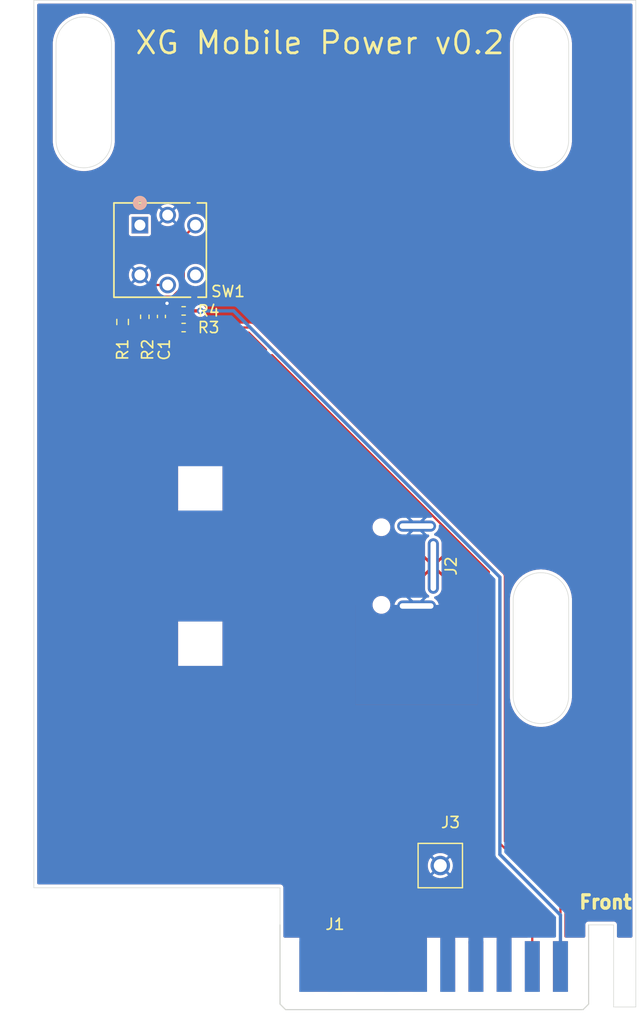
<source format=kicad_pcb>
(kicad_pcb (version 20241229) (generator "pcbnew") (generator_version "9.0")
  (layers (0 "F.Cu" signal) (2 "B.Cu" signal) (13 "F.Paste" user) (15 "B.Paste" user) (5 "F.SilkS" user "F.Silkscreen") (7 "B.SilkS" user "B.Silkscreen") (1 "F.Mask" user) (3 "B.Mask" user) (25 "Edge.Cuts" user))
  (net 0 "")
  (net 1 "Net-(C1-Pad1)")
  (net 2 "GND")
  (net 3 "+3V3")
  (net 4 "+20V")
  (net 5 "/PWR_LED")
  (net 7 "/PWR_SW")
  (net 8 "Net-(R1-Pad1)")
  (net 9 "Net-(R2-Pad2)")
  (footprint "MountingHole:MountingHole_2.2mm_M2" (layer "F.Cu") (at 38 72)
    (property "Reference" "Hole" (hide yes))
    (property "Value" "MountingHole_2.2mm_M2")
    (pad "" np_thru_hole circle (at -3 -8) (size 2.2 2.2) (drill 2.2) (layers "*.Cu" "*.Mask"))
  )
  (footprint "KEYSTONE_8730:KEYSTONE_8730" (layer "F.Cu") (at 56.63 98)
    (property "Reference" "J3" (at 0.925 -3.885 0) (layer "F.SilkS"))
    (property "Value" "8730")
    (fp_line (start -2 -2) (end -2 2) (stroke (width 0.127)) (layer "F.SilkS"))
    (fp_line (start -2 2) (end 2 2) (stroke (width 0.127)) (layer "F.SilkS"))
    (fp_line (start 2 -2) (end -2 -2) (stroke (width 0.127)) (layer "F.SilkS"))
    (fp_line (start 2 2) (end 2 -2) (stroke (width 0.127)) (layer "F.SilkS"))
    (pad "1" thru_hole circle (at 0 0) (size 1.755 1.755) (drill 1.17) (layers "*.Cu" "*.Mask") (net 2 "GND"))
  )
  (footprint "TL1260_EWI:TL1260_EWI" (layer "F.Cu") (at 29.55983 40.2678)
    (property "Reference" "SW1" (at 7.94017 5.9822 0) (layer "F.SilkS"))
    (property "Value" "TL1260BQRBLK")
    (fp_line (start -2.3426 -2) (end -2.3426 6.5) (stroke (width 0.1524)) (layer "F.SilkS"))
    (fp_line (start -2.3426 6.5) (end 4.56086 6.5) (stroke (width 0.1524)) (layer "F.SilkS"))
    (fp_line (start 4.5 -2) (end -2.3426 -2) (stroke (width 0.1524)) (layer "F.SilkS"))
    (fp_line (start 5.23194 6.5) (end 5.9886 6.5) (stroke (width 0.1524)) (layer "F.SilkS"))
    (fp_line (start 5.92774 -2) (end 5.17108 -2) (stroke (width 0.1524)) (layer "F.SilkS"))
    (fp_line (start 5.9886 6.5) (end 5.9886 -2) (stroke (width 0.1524)) (layer "F.SilkS"))
    (fp_circle (center 0 -2) (end 0.381 -2) (stroke (width 0.508)) (fill no) (layer "F.SilkS"))
    (fp_circle (center 0 -2) (end 0.381 -2) (stroke (width 0.508)) (fill no) (layer "B.SilkS"))
    (pad "1" thru_hole rect (at 0 0) (size 1.4986 1.4986) (drill 0.9906) (layers "*.Cu" "*.Mask"))
    (pad "2" thru_hole circle (at 5.0038 0) (size 1.4986 1.4986) (drill 0.9906) (layers "*.Cu" "*.Mask") (net 9 "Net-(R2-Pad2)"))
    (pad "3" thru_hole circle (at 0 4.4958) (size 1.4986 1.4986) (drill 0.9906) (layers "*.Cu" "*.Mask") (net 2 "GND"))
    (pad "4" thru_hole circle (at 5.0038 4.4958) (size 1.4986 1.4986) (drill 0.9906) (layers "*.Cu" "*.Mask"))
    (pad "5" thru_hole circle (at 2.5019 -0.9017) (size 1.4986 1.4986) (drill 0.9906) (layers "*.Cu" "*.Mask") (net 2 "GND"))
    (pad "6" thru_hole circle (at 2.5019 5.3975) (size 1.4986 1.4986) (drill 0.9906) (layers "*.Cu" "*.Mask") (net 8 "Net-(R1-Pad1)"))
  )
  (footprint "MountingHole:MountingHole_2.2mm_M2" (layer "F.Cu") (at 38 86)
    (property "Reference" "Hole" (hide yes))
    (property "Value" "MountingHole_2.2mm_M2")
    (pad "" np_thru_hole circle (at -3 -8) (size 2.2 2.2) (drill 2.2) (layers "*.Cu" "*.Mask"))
  )
  (footprint "Resistor_SMD:R_0402_1005Metric" (layer "F.Cu") (at 30 48.53 90)
    (property "Reference" "R2" (at -2.97 0.25 90) (layer "F.SilkS"))
    (property "Value" "0R")
    (fp_line (start -0.153641 -0.38) (end 0.153641 -0.38) (stroke (width 0.12)) (layer "F.SilkS"))
    (fp_line (start -0.153641 0.38) (end 0.153641 0.38) (stroke (width 0.12)) (layer "F.SilkS"))
    (pad "1" smd roundrect (at -0.51 0 90) (size 0.54 0.64) (layers "F.Cu" "F.Mask" "F.Paste") (net 1 "Net-(C1-Pad1)"))
    (pad "2" smd roundrect (at 0.51 0 90) (size 0.54 0.64) (layers "F.Cu" "F.Mask" "F.Paste") (net 9 "Net-(R2-Pad2)"))
  )
  (footprint "Resistor_SMD:R_0402_1005Metric" (layer "F.Cu") (at 33.5 49.5)
    (property "Reference" "R3" (at 2.25 0 0) (layer "F.SilkS"))
    (property "Value" "10k")
    (fp_line (start -0.153641 -0.38) (end 0.153641 -0.38) (stroke (width 0.12)) (layer "F.SilkS"))
    (fp_line (start -0.153641 0.38) (end 0.153641 0.38) (stroke (width 0.12)) (layer "F.SilkS"))
    (pad "1" smd roundrect (at -0.51 0) (size 0.54 0.64) (layers "F.Cu" "F.Mask" "F.Paste") (net 1 "Net-(C1-Pad1)"))
    (pad "2" smd roundrect (at 0.51 0) (size 0.54 0.64) (layers "F.Cu" "F.Mask" "F.Paste") (net 3 "+3V3"))
  )
  (footprint "XG_Mobile:2351970-1" (layer "F.Cu") (at 56 71 90)
    (property "Reference" "J2" (at 0 1.6 90) (layer "F.SilkS"))
    (property "Value" "Conn_01x02")
    (pad "" np_thru_hole circle (at -3.5 -4.675 90) (size 1.1 1.1) (drill 1.1) (layers "*.Cu" "*.Mask"))
    (pad "" np_thru_hole circle (at 3.5 -4.675 90) (size 1.1 1.1) (drill 1.1) (layers "*.Cu" "*.Mask"))
    (pad "1" thru_hole oval (at -3.6 -1.505 90) (size 1 3.5) (drill oval 0.5 3.05) (layers "*.Cu" "*.Mask") (net 2 "GND"))
    (pad "1" thru_hole oval (at 3.6 -1.505 90) (size 1 3.5) (drill oval 0.5 3.05) (layers "*.Cu" "*.Mask") (net 2 "GND"))
    (pad "2" thru_hole oval (at 0 0 90) (size 5 1) (drill oval 4.5 0.5) (layers "*.Cu" "*.Mask") (net 4 "+20V"))
  )
  (footprint "Capacitor_SMD:C_0402_1005Metric" (layer "F.Cu") (at 31.5 48.5 90)
    (property "Reference" "C1" (at -3 0.25 90) (layer "F.SilkS"))
    (property "Value" "90nF")
    (fp_line (start -0.107836 -0.36) (end 0.107836 -0.36) (stroke (width 0.12)) (layer "F.SilkS"))
    (fp_line (start -0.107836 0.36) (end 0.107836 0.36) (stroke (width 0.12)) (layer "F.SilkS"))
    (pad "1" smd roundrect (at -0.48 0 90) (size 0.56 0.62) (layers "F.Cu" "F.Mask" "F.Paste") (net 1 "Net-(C1-Pad1)"))
    (pad "2" smd roundrect (at 0.48 0 90) (size 0.56 0.62) (layers "F.Cu" "F.Mask" "F.Paste") (net 2 "GND"))
  )
  (footprint "XG_Mobile:20P_Slot_Power" (layer "F.Cu") (at 44.6 107.1)
    (property "Reference" "J1" (at 2.54 -3.81 0) (layer "F.SilkS"))
    (property "Value" "20P_Slot_Power")
    (fp_line (start -2.413 3.386) (end -2.413 -3.754) (stroke (width 0.1)) (layer "Edge.Cuts"))
    (fp_line (start -1.913 3.886) (end -2.413 3.386) (stroke (width 0.1)) (layer "Edge.Cuts"))
    (fp_line (start -1.913 3.886) (end 24.9 3.886) (stroke (width 0.1)) (layer "Edge.Cuts"))
    (fp_line (start 24.9 3.886) (end 25.4 3.386) (stroke (width 0.1)) (layer "Edge.Cuts"))
    (fp_line (start 25.4 3.386) (end 25.4 -3.754) (stroke (width 0.1)) (layer "Edge.Cuts"))
    (pad "1" smd rect (at 0 0) (size 1.35 4.572) (layers "F.Cu") (net 4 "+20V"))
    (pad "2" smd rect (at 0 0) (size 1.35 4.572) (layers "B.Cu") (net 2 "GND"))
    (pad "3" smd rect (at 2.54 0) (size 1.35 4.572) (layers "F.Cu") (net 4 "+20V"))
    (pad "4" smd rect (at 2.54 0) (size 1.35 4.572) (layers "B.Cu") (net 2 "GND"))
    (pad "5" smd rect (at 5.08 0) (size 1.35 4.572) (layers "F.Cu") (net 4 "+20V"))
    (pad "6" smd rect (at 5.08 0) (size 1.35 4.572) (layers "B.Cu") (net 2 "GND"))
    (pad "7" smd rect (at 7.62 0) (size 1.35 4.572) (layers "F.Cu") (net 4 "+20V"))
    (pad "8" smd rect (at 7.62 0) (size 1.35 4.572) (layers "B.Cu") (net 2 "GND"))
    (pad "9" smd rect (at 10.16 0) (size 1.35 4.572) (layers "F.Cu") (net 4 "+20V"))
    (pad "10" smd rect (at 10.16 0) (size 1.35 4.572) (layers "B.Cu") (net 2 "GND"))
    (pad "11" smd rect (at 12.7 0) (size 1.35 4.572) (layers "F.Cu") (net 4 "+20V"))
    (pad "12" smd rect (at 12.7 0) (size 1.35 4.572) (layers "B.Cu") (net 2 "GND"))
    (pad "13" smd rect (at 15.24 0) (size 1.35 4.572) (layers "F.Cu") (net 4 "+20V"))
    (pad "14" smd rect (at 15.24 0) (size 1.35 4.572) (layers "B.Cu") (net 2 "GND"))
    (pad "15" smd rect (at 17.78 0) (size 1.35 4.572) (layers "F.Cu") (net 4 "+20V"))
    (pad "16" smd rect (at 17.78 0) (size 1.35 4.572) (layers "B.Cu") (net 2 "GND"))
    (pad "17" smd rect (at 20.32 0) (size 1.35 4.572) (layers "F.Cu") (net 5 "/PWR_LED"))
    (pad "18" smd rect (at 20.32 0) (size 1.35 4.572) (layers "B.Cu"))
    (pad "19" smd rect (at 22.86 0) (size 1.35 4.572) (layers "F.Cu") (net 3 "+3V3"))
    (pad "20" smd rect (at 22.86 0) (size 1.35 4.572) (layers "B.Cu") (net 7 "/PWR_SW"))
  )
  (footprint "Resistor_SMD:R_0603_1608Metric" (layer "F.Cu") (at 28 49 -90)
    (property "Reference" "R1" (at 2.5 0 90) (layer "F.SilkS"))
    (property "Value" "300")
    (fp_line (start -0.237258 0.5225) (end 0.237258 0.5225) (stroke (width 0.12)) (layer "F.SilkS"))
    (fp_line (start -0.237258 -0.5225) (end 0.237258 -0.5225) (stroke (width 0.12)) (layer "F.SilkS"))
    (pad "1" smd roundrect (at -0.825 0 270) (size 0.8 0.95) (layers "F.Cu" "F.Mask" "F.Paste") (net 8 "Net-(R1-Pad1)"))
    (pad "2" smd roundrect (at 0.825 0 270) (size 0.8 0.95) (layers "F.Cu" "F.Mask" "F.Paste") (net 5 "/PWR_LED"))
  )
  (footprint "Resistor_SMD:R_0402_1005Metric" (layer "F.Cu") (at 33.5 48 180)
    (property "Reference" "R4" (at -2.25 0 0) (layer "F.SilkS"))
    (property "Value" "0R")
    (fp_line (start -0.153641 0.38) (end 0.153641 0.38) (stroke (width 0.12)) (layer "F.SilkS"))
    (fp_line (start -0.153641 -0.38) (end 0.153641 -0.38) (stroke (width 0.12)) (layer "F.SilkS"))
    (pad "1" smd roundrect (at -0.51 0 180) (size 0.54 0.64) (layers "F.Cu" "F.Mask" "F.Paste") (net 7 "/PWR_SW"))
    (pad "2" smd roundrect (at 0.51 0 180) (size 0.54 0.64) (layers "F.Cu" "F.Mask" "F.Paste") (net 1 "Net-(C1-Pad1)"))
  )
  (gr_rect (start 43.93 104.38) (end 55.43 109.38) (fill yes) (layer "F.Cu") (net 4))
  (gr_rect (start 56.63 104.04) (end 57.97 105.04) (fill yes) (layer "F.Cu") (net 4))
  (gr_rect (start 61.71 104.04) (end 63.05 105.04) (fill yes) (layer "F.Cu") (net 4))
  (gr_rect (start 59.17 104.04) (end 60.51 105.04) (fill yes) (layer "F.Cu") (net 4))
  (gr_rect (start 56.63 104.04) (end 57.97 105.04) (fill yes) (layer "B.Cu") (net 2))
  (gr_rect (start 61.71 104.04) (end 63.05 105.04) (fill yes) (layer "B.Cu") (net 2))
  (gr_rect (start 59.17 104.04) (end 60.51 105.04) (fill yes) (layer "B.Cu") (net 2))
  (gr_rect (start 43.93 104.38) (end 55.43 109.38) (fill yes) (layer "B.Cu") (net 2))
  (gr_line (start 74.25 110.75) (end 74.25 20) (stroke (width 0.05)) (layer "Edge.Cuts"))
  (gr_line (start 20 20) (end 74.25 20) (stroke (width 0.05)) (layer "Edge.Cuts"))
  (gr_line (start 70 103.346) (end 72.25 103.346) (stroke (width 0.05)) (layer "Edge.Cuts"))
  (gr_line (start 72.25 110.75) (end 72.25 103.346) (stroke (width 0.05)) (layer "Edge.Cuts"))
  (gr_poly (pts (arc (start 68.2 82.7) (mid 65.7 85.2) (end 63.2 82.7)) (arc (start 63.2 74.1) (mid 65.7 71.6) (end 68.2 74.1))) (stroke (width 0.05)) (fill no) (layer "Edge.Cuts"))
  (gr_line (start 42.187 103.346) (end 42.187 100) (stroke (width 0.05)) (layer "Edge.Cuts"))
  (gr_line (start 42.187 100) (end 20 100) (stroke (width 0.05)) (layer "Edge.Cuts"))
  (gr_poly (pts (arc (start 27 32.6) (mid 24.5 35.1) (end 22 32.6)) (arc (start 22 24) (mid 24.5 21.5) (end 27 24))) (stroke (width 0.05)) (fill no) (layer "Edge.Cuts"))
  (gr_poly (pts (arc (start 68.2 32.6) (mid 65.7 35.1) (end 63.2 32.6)) (arc (start 63.2 24) (mid 65.7 21.5) (end 68.2 24))) (stroke (width 0.05)) (fill no) (layer "Edge.Cuts"))
  (gr_line (start 72.25 110.75) (end 74.25 110.75) (stroke (width 0.05)) (layer "Edge.Cuts"))
  (gr_line (start 20 20) (end 20 100) (stroke (width 0.05)) (layer "Edge.Cuts"))
  (gr_text "XG Mobile Power v0.2" (at 29 25 0) (layer "F.SilkS") (effects (font (size 2 2) (thickness 0.25)) (justify left bottom)))
  (gr_text "Front" (at 69 102 0) (layer "F.SilkS") (effects (font (size 1.2 1.2) (thickness 0.3) (bold yes)) (justify left bottom)))
  (segment (start 32.99 49.5) (end 32.02 49.5) (width 0.2) (layer "F.Cu") (net 1))
  (segment (start 31.44 49.04) (end 31.5 48.98) (width 0.2) (layer "F.Cu") (net 1))
  (segment (start 32.01 48.98) (end 32.99 48) (width 0.2) (layer "F.Cu") (net 1))
  (segment (start 30 49.04) (end 31.44 49.04) (width 0.2) (layer "F.Cu") (net 1))
  (segment (start 32.02 49.5) (end 31.5 48.98) (width 0.2) (layer "F.Cu") (net 1))
  (segment (start 31.5 48.98) (end 32.01 48.98) (width 0.2) (layer "F.Cu") (net 1))
  (segment (start 31.5 48.02) (end 31.5 47.8156) (width 0.3) (layer "F.Cu") (net 2))
  (segment (start 31.5 47.8156) (end 32 47.3156) (width 0.3) (layer "F.Cu") (net 2))
  (via (at 32 47.3156) (size 0.6) (drill 0.3) (layers "F.Cu" "B.Cu") (net 2))
  (segment (start 39.544885 49.5) (end 62 71.955115) (width 0.2) (layer "F.Cu") (net 3))
  (segment (start 62 96) (end 67.46 101.46) (width 0.2) (layer "F.Cu") (net 3))
  (segment (start 62 71.955115) (end 62 96) (width 0.2) (layer "F.Cu") (net 3))
  (segment (start 67.46 101.46) (end 67.46 107.1) (width 0.2) (layer "F.Cu") (net 3))
  (segment (start 34.01 49.5) (end 39.544885 49.5) (width 0.2) (layer "F.Cu") (net 3))
  (segment (start 61 71.522215) (end 61 97) (width 0.2) (layer "F.Cu") (net 5))
  (segment (start 64.92 100.92) (end 64.92 107.1) (width 0.2) (layer "F.Cu") (net 5))
  (segment (start 30.175 52) (end 41.477785 52) (width 0.2) (layer "F.Cu") (net 5))
  (segment (start 28 49.825) (end 30.175 52) (width 0.2) (layer "F.Cu") (net 5))
  (segment (start 61 97) (end 64.92 100.92) (width 0.2) (layer "F.Cu") (net 5))
  (segment (start 41.477785 52) (end 61 71.522215) (width 0.2) (layer "F.Cu") (net 5))
  (segment (start 35 48) (end 34.01 48) (width 0.3) (layer "F.Cu") (net 7))
  (via (at 35 48) (size 0.6) (drill 0.3) (layers "F.Cu" "B.Cu") (net 7))
  (segment (start 35 48) (end 38 48) (width 0.3) (layer "B.Cu") (net 7))
  (segment (start 67.46 102.46) (end 67.46 107.1) (width 0.3) (layer "B.Cu") (net 7))
  (segment (start 62 97) (end 67.46 102.46) (width 0.3) (layer "B.Cu") (net 7))
  (segment (start 38 48) (end 62 72) (width 0.3) (layer "B.Cu") (net 7))
  (segment (start 62 72) (end 62 97) (width 0.3) (layer "B.Cu") (net 7))
  (segment (start 28 48.175) (end 30.5097 45.6653) (width 0.2) (layer "F.Cu") (net 8))
  (segment (start 30.5097 45.6653) (end 32.06173 45.6653) (width 0.2) (layer "F.Cu") (net 8))
  (segment (start 33.51333 41.3181) (end 34.56363 40.2678) (width 0.2) (layer "F.Cu") (net 9))
  (segment (start 31.3044 46.7156) (end 32.496779 46.7156) (width 0.2) (layer "F.Cu") (net 9))
  (segment (start 32.496779 46.7156) (end 33.51333 45.699049) (width 0.2) (layer "F.Cu") (net 9))
  (segment (start 30 48.02) (end 31.3044 46.7156) (width 0.2) (layer "F.Cu") (net 9))
  (segment (start 33.51333 45.699049) (end 33.51333 41.3181) (width 0.2) (layer "F.Cu") (net 9))
  (zone (net 4) (net_name "+20V") (layer "F.Cu") (connect_pads (clearance 0.25)) (min_thickness 0.25) (fill yes (thermal_gap 0.25) (thermal_bridge_width 0.25))
    (polygon (pts (xy 20 20) (xy 75 20) (xy 75 104.5) (xy 20 104.5)))
  )
  (zone (net 4) (net_name "+20V") (layer "F.Cu") (priority 1) (connect_pads yes (clearance 0.25)) (min_thickness 0.25) (fill yes (thermal_gap 0.25) (thermal_bridge_width 0.25))
    (polygon (pts (xy 49 74.5) (xy 60 74.5) (xy 60 83.5) (xy 49 83.5)))
  )
  (zone (net 0) (net_name "") (layers "F.Cu" "B.Cu") (connect_pads (clearance 0)) (min_thickness 0.25)
    (keepout (tracks allowed) (vias allowed) (pads allowed) (copperpour not_allowed) (footprints allowed))
    (fill (thermal_gap 0.5) (thermal_bridge_width 0.5))
    (polygon (pts (xy 33 62) (xy 37 62) (xy 37 66) (xy 33 66)))
  )
  (zone (net 0) (net_name "") (layers "F.Cu" "B.Cu") (connect_pads (clearance 0)) (min_thickness 0.25)
    (keepout (tracks allowed) (vias allowed) (pads allowed) (copperpour not_allowed) (footprints allowed))
    (fill (thermal_gap 0.5) (thermal_bridge_width 0.5))
    (polygon (pts (xy 33 76) (xy 37 76) (xy 37 80) (xy 33 80)))
  )
  (zone (net 2) (net_name "GND") (layer "B.Cu") (priority 1) (connect_pads yes (clearance 0.25)) (min_thickness 0.25) (fill yes (thermal_gap 0.25) (thermal_bridge_width 0.25))
    (polygon (pts (xy 49 74.5) (xy 60 74.5) (xy 60 83.5) (xy 49 83.5)))
  )
  (zone (net 2) (net_name "GND") (layer "B.Cu") (connect_pads (clearance 0.25)) (min_thickness 0.25) (fill yes (thermal_gap 0.25) (thermal_bridge_width 0.25))
    (polygon (pts (xy 20 20) (xy 75 20) (xy 75 104.5) (xy 20 104.5)))
  )
)
</source>
